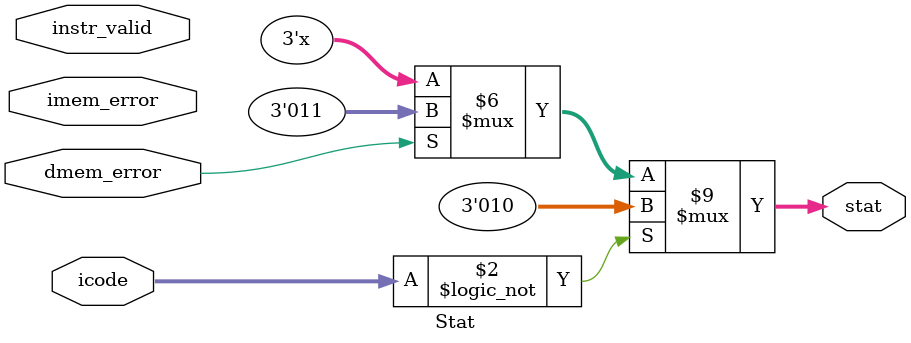
<source format=v>
module Stat (
    input [3:0] icode,  // HLT
    input instr_valid,
    input imem_error,
    input dmem_error,
    output reg [2:0] stat // 1: AOK, 2: HLT, 3: ADR, 4: INS
);
    initial stat = 3'b001;
    always @(icode) begin
        #1;
        if (icode == 4'h0) stat <= 3'h2;
        else if (dmem_error == 1'b1) stat <= 3'h3;
        else stat <= stat;
    end
endmodule

</source>
